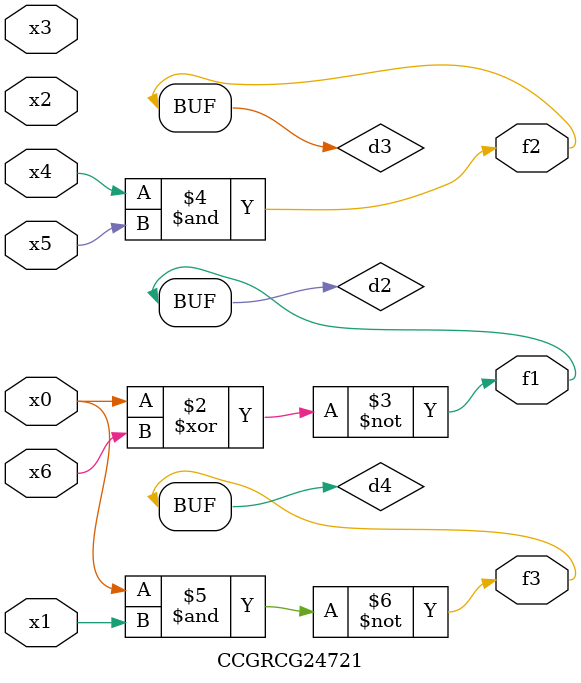
<source format=v>
module CCGRCG24721(
	input x0, x1, x2, x3, x4, x5, x6,
	output f1, f2, f3
);

	wire d1, d2, d3, d4;

	nor (d1, x0);
	xnor (d2, x0, x6);
	and (d3, x4, x5);
	nand (d4, x0, x1);
	assign f1 = d2;
	assign f2 = d3;
	assign f3 = d4;
endmodule

</source>
